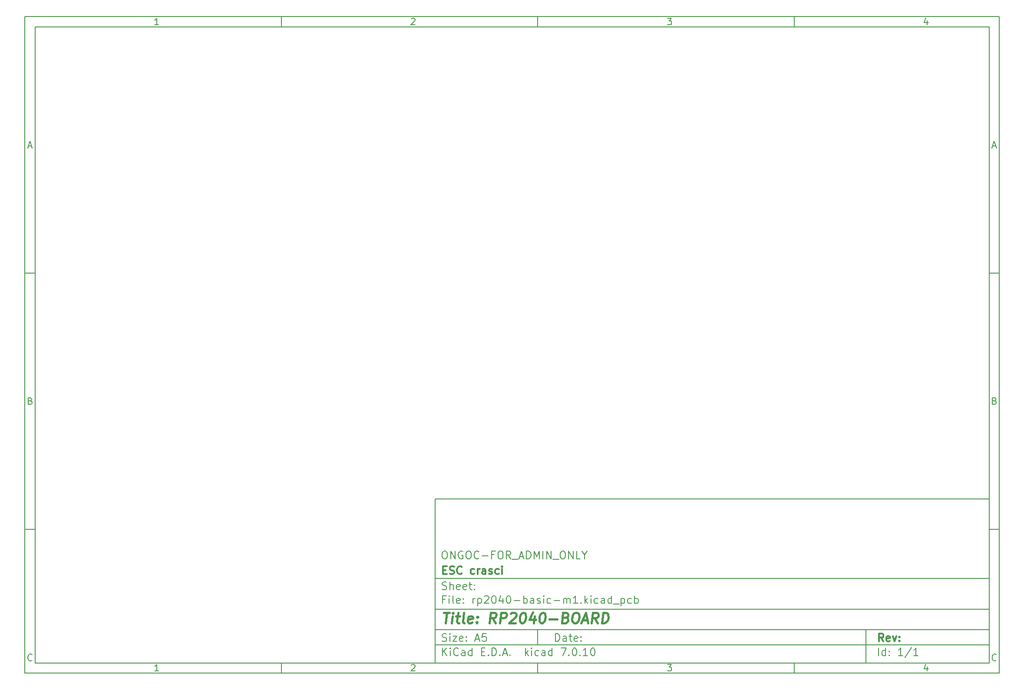
<source format=gbr>
%TF.GenerationSoftware,KiCad,Pcbnew,7.0.10*%
%TF.CreationDate,2024-01-28T16:32:00+05:30*%
%TF.ProjectId,rp2040-basic-m1,72703230-3430-42d6-9261-7369632d6d31,rev?*%
%TF.SameCoordinates,Original*%
%TF.FileFunction,OtherDrawing,Comment*%
%FSLAX46Y46*%
G04 Gerber Fmt 4.6, Leading zero omitted, Abs format (unit mm)*
G04 Created by KiCad (PCBNEW 7.0.10) date 2024-01-28 16:32:00*
%MOMM*%
%LPD*%
G01*
G04 APERTURE LIST*
%ADD10C,0.100000*%
%ADD11C,0.150000*%
%ADD12C,0.300000*%
%ADD13C,0.400000*%
G04 APERTURE END LIST*
D10*
D11*
X90007200Y-104005800D02*
X198007200Y-104005800D01*
X198007200Y-136005800D01*
X90007200Y-136005800D01*
X90007200Y-104005800D01*
D10*
D11*
X10000000Y-10000000D02*
X200007200Y-10000000D01*
X200007200Y-138005800D01*
X10000000Y-138005800D01*
X10000000Y-10000000D01*
D10*
D11*
X12000000Y-12000000D02*
X198007200Y-12000000D01*
X198007200Y-136005800D01*
X12000000Y-136005800D01*
X12000000Y-12000000D01*
D10*
D11*
X60000000Y-12000000D02*
X60000000Y-10000000D01*
D10*
D11*
X110000000Y-12000000D02*
X110000000Y-10000000D01*
D10*
D11*
X160000000Y-12000000D02*
X160000000Y-10000000D01*
D10*
D11*
X36089160Y-11593604D02*
X35346303Y-11593604D01*
X35717731Y-11593604D02*
X35717731Y-10293604D01*
X35717731Y-10293604D02*
X35593922Y-10479319D01*
X35593922Y-10479319D02*
X35470112Y-10603128D01*
X35470112Y-10603128D02*
X35346303Y-10665033D01*
D10*
D11*
X85346303Y-10417414D02*
X85408207Y-10355509D01*
X85408207Y-10355509D02*
X85532017Y-10293604D01*
X85532017Y-10293604D02*
X85841541Y-10293604D01*
X85841541Y-10293604D02*
X85965350Y-10355509D01*
X85965350Y-10355509D02*
X86027255Y-10417414D01*
X86027255Y-10417414D02*
X86089160Y-10541223D01*
X86089160Y-10541223D02*
X86089160Y-10665033D01*
X86089160Y-10665033D02*
X86027255Y-10850747D01*
X86027255Y-10850747D02*
X85284398Y-11593604D01*
X85284398Y-11593604D02*
X86089160Y-11593604D01*
D10*
D11*
X135284398Y-10293604D02*
X136089160Y-10293604D01*
X136089160Y-10293604D02*
X135655826Y-10788842D01*
X135655826Y-10788842D02*
X135841541Y-10788842D01*
X135841541Y-10788842D02*
X135965350Y-10850747D01*
X135965350Y-10850747D02*
X136027255Y-10912652D01*
X136027255Y-10912652D02*
X136089160Y-11036461D01*
X136089160Y-11036461D02*
X136089160Y-11345985D01*
X136089160Y-11345985D02*
X136027255Y-11469795D01*
X136027255Y-11469795D02*
X135965350Y-11531700D01*
X135965350Y-11531700D02*
X135841541Y-11593604D01*
X135841541Y-11593604D02*
X135470112Y-11593604D01*
X135470112Y-11593604D02*
X135346303Y-11531700D01*
X135346303Y-11531700D02*
X135284398Y-11469795D01*
D10*
D11*
X185965350Y-10726938D02*
X185965350Y-11593604D01*
X185655826Y-10231700D02*
X185346303Y-11160271D01*
X185346303Y-11160271D02*
X186151064Y-11160271D01*
D10*
D11*
X60000000Y-136005800D02*
X60000000Y-138005800D01*
D10*
D11*
X110000000Y-136005800D02*
X110000000Y-138005800D01*
D10*
D11*
X160000000Y-136005800D02*
X160000000Y-138005800D01*
D10*
D11*
X36089160Y-137599404D02*
X35346303Y-137599404D01*
X35717731Y-137599404D02*
X35717731Y-136299404D01*
X35717731Y-136299404D02*
X35593922Y-136485119D01*
X35593922Y-136485119D02*
X35470112Y-136608928D01*
X35470112Y-136608928D02*
X35346303Y-136670833D01*
D10*
D11*
X85346303Y-136423214D02*
X85408207Y-136361309D01*
X85408207Y-136361309D02*
X85532017Y-136299404D01*
X85532017Y-136299404D02*
X85841541Y-136299404D01*
X85841541Y-136299404D02*
X85965350Y-136361309D01*
X85965350Y-136361309D02*
X86027255Y-136423214D01*
X86027255Y-136423214D02*
X86089160Y-136547023D01*
X86089160Y-136547023D02*
X86089160Y-136670833D01*
X86089160Y-136670833D02*
X86027255Y-136856547D01*
X86027255Y-136856547D02*
X85284398Y-137599404D01*
X85284398Y-137599404D02*
X86089160Y-137599404D01*
D10*
D11*
X135284398Y-136299404D02*
X136089160Y-136299404D01*
X136089160Y-136299404D02*
X135655826Y-136794642D01*
X135655826Y-136794642D02*
X135841541Y-136794642D01*
X135841541Y-136794642D02*
X135965350Y-136856547D01*
X135965350Y-136856547D02*
X136027255Y-136918452D01*
X136027255Y-136918452D02*
X136089160Y-137042261D01*
X136089160Y-137042261D02*
X136089160Y-137351785D01*
X136089160Y-137351785D02*
X136027255Y-137475595D01*
X136027255Y-137475595D02*
X135965350Y-137537500D01*
X135965350Y-137537500D02*
X135841541Y-137599404D01*
X135841541Y-137599404D02*
X135470112Y-137599404D01*
X135470112Y-137599404D02*
X135346303Y-137537500D01*
X135346303Y-137537500D02*
X135284398Y-137475595D01*
D10*
D11*
X185965350Y-136732738D02*
X185965350Y-137599404D01*
X185655826Y-136237500D02*
X185346303Y-137166071D01*
X185346303Y-137166071D02*
X186151064Y-137166071D01*
D10*
D11*
X10000000Y-60000000D02*
X12000000Y-60000000D01*
D10*
D11*
X10000000Y-110000000D02*
X12000000Y-110000000D01*
D10*
D11*
X10690476Y-35222176D02*
X11309523Y-35222176D01*
X10566666Y-35593604D02*
X10999999Y-34293604D01*
X10999999Y-34293604D02*
X11433333Y-35593604D01*
D10*
D11*
X11092857Y-84912652D02*
X11278571Y-84974557D01*
X11278571Y-84974557D02*
X11340476Y-85036461D01*
X11340476Y-85036461D02*
X11402380Y-85160271D01*
X11402380Y-85160271D02*
X11402380Y-85345985D01*
X11402380Y-85345985D02*
X11340476Y-85469795D01*
X11340476Y-85469795D02*
X11278571Y-85531700D01*
X11278571Y-85531700D02*
X11154761Y-85593604D01*
X11154761Y-85593604D02*
X10659523Y-85593604D01*
X10659523Y-85593604D02*
X10659523Y-84293604D01*
X10659523Y-84293604D02*
X11092857Y-84293604D01*
X11092857Y-84293604D02*
X11216666Y-84355509D01*
X11216666Y-84355509D02*
X11278571Y-84417414D01*
X11278571Y-84417414D02*
X11340476Y-84541223D01*
X11340476Y-84541223D02*
X11340476Y-84665033D01*
X11340476Y-84665033D02*
X11278571Y-84788842D01*
X11278571Y-84788842D02*
X11216666Y-84850747D01*
X11216666Y-84850747D02*
X11092857Y-84912652D01*
X11092857Y-84912652D02*
X10659523Y-84912652D01*
D10*
D11*
X11402380Y-135469795D02*
X11340476Y-135531700D01*
X11340476Y-135531700D02*
X11154761Y-135593604D01*
X11154761Y-135593604D02*
X11030952Y-135593604D01*
X11030952Y-135593604D02*
X10845238Y-135531700D01*
X10845238Y-135531700D02*
X10721428Y-135407890D01*
X10721428Y-135407890D02*
X10659523Y-135284080D01*
X10659523Y-135284080D02*
X10597619Y-135036461D01*
X10597619Y-135036461D02*
X10597619Y-134850747D01*
X10597619Y-134850747D02*
X10659523Y-134603128D01*
X10659523Y-134603128D02*
X10721428Y-134479319D01*
X10721428Y-134479319D02*
X10845238Y-134355509D01*
X10845238Y-134355509D02*
X11030952Y-134293604D01*
X11030952Y-134293604D02*
X11154761Y-134293604D01*
X11154761Y-134293604D02*
X11340476Y-134355509D01*
X11340476Y-134355509D02*
X11402380Y-134417414D01*
D10*
D11*
X200007200Y-60000000D02*
X198007200Y-60000000D01*
D10*
D11*
X200007200Y-110000000D02*
X198007200Y-110000000D01*
D10*
D11*
X198697676Y-35222176D02*
X199316723Y-35222176D01*
X198573866Y-35593604D02*
X199007199Y-34293604D01*
X199007199Y-34293604D02*
X199440533Y-35593604D01*
D10*
D11*
X199100057Y-84912652D02*
X199285771Y-84974557D01*
X199285771Y-84974557D02*
X199347676Y-85036461D01*
X199347676Y-85036461D02*
X199409580Y-85160271D01*
X199409580Y-85160271D02*
X199409580Y-85345985D01*
X199409580Y-85345985D02*
X199347676Y-85469795D01*
X199347676Y-85469795D02*
X199285771Y-85531700D01*
X199285771Y-85531700D02*
X199161961Y-85593604D01*
X199161961Y-85593604D02*
X198666723Y-85593604D01*
X198666723Y-85593604D02*
X198666723Y-84293604D01*
X198666723Y-84293604D02*
X199100057Y-84293604D01*
X199100057Y-84293604D02*
X199223866Y-84355509D01*
X199223866Y-84355509D02*
X199285771Y-84417414D01*
X199285771Y-84417414D02*
X199347676Y-84541223D01*
X199347676Y-84541223D02*
X199347676Y-84665033D01*
X199347676Y-84665033D02*
X199285771Y-84788842D01*
X199285771Y-84788842D02*
X199223866Y-84850747D01*
X199223866Y-84850747D02*
X199100057Y-84912652D01*
X199100057Y-84912652D02*
X198666723Y-84912652D01*
D10*
D11*
X199409580Y-135469795D02*
X199347676Y-135531700D01*
X199347676Y-135531700D02*
X199161961Y-135593604D01*
X199161961Y-135593604D02*
X199038152Y-135593604D01*
X199038152Y-135593604D02*
X198852438Y-135531700D01*
X198852438Y-135531700D02*
X198728628Y-135407890D01*
X198728628Y-135407890D02*
X198666723Y-135284080D01*
X198666723Y-135284080D02*
X198604819Y-135036461D01*
X198604819Y-135036461D02*
X198604819Y-134850747D01*
X198604819Y-134850747D02*
X198666723Y-134603128D01*
X198666723Y-134603128D02*
X198728628Y-134479319D01*
X198728628Y-134479319D02*
X198852438Y-134355509D01*
X198852438Y-134355509D02*
X199038152Y-134293604D01*
X199038152Y-134293604D02*
X199161961Y-134293604D01*
X199161961Y-134293604D02*
X199347676Y-134355509D01*
X199347676Y-134355509D02*
X199409580Y-134417414D01*
D10*
D11*
X113463026Y-131791928D02*
X113463026Y-130291928D01*
X113463026Y-130291928D02*
X113820169Y-130291928D01*
X113820169Y-130291928D02*
X114034455Y-130363357D01*
X114034455Y-130363357D02*
X114177312Y-130506214D01*
X114177312Y-130506214D02*
X114248741Y-130649071D01*
X114248741Y-130649071D02*
X114320169Y-130934785D01*
X114320169Y-130934785D02*
X114320169Y-131149071D01*
X114320169Y-131149071D02*
X114248741Y-131434785D01*
X114248741Y-131434785D02*
X114177312Y-131577642D01*
X114177312Y-131577642D02*
X114034455Y-131720500D01*
X114034455Y-131720500D02*
X113820169Y-131791928D01*
X113820169Y-131791928D02*
X113463026Y-131791928D01*
X115605884Y-131791928D02*
X115605884Y-131006214D01*
X115605884Y-131006214D02*
X115534455Y-130863357D01*
X115534455Y-130863357D02*
X115391598Y-130791928D01*
X115391598Y-130791928D02*
X115105884Y-130791928D01*
X115105884Y-130791928D02*
X114963026Y-130863357D01*
X115605884Y-131720500D02*
X115463026Y-131791928D01*
X115463026Y-131791928D02*
X115105884Y-131791928D01*
X115105884Y-131791928D02*
X114963026Y-131720500D01*
X114963026Y-131720500D02*
X114891598Y-131577642D01*
X114891598Y-131577642D02*
X114891598Y-131434785D01*
X114891598Y-131434785D02*
X114963026Y-131291928D01*
X114963026Y-131291928D02*
X115105884Y-131220500D01*
X115105884Y-131220500D02*
X115463026Y-131220500D01*
X115463026Y-131220500D02*
X115605884Y-131149071D01*
X116105884Y-130791928D02*
X116677312Y-130791928D01*
X116320169Y-130291928D02*
X116320169Y-131577642D01*
X116320169Y-131577642D02*
X116391598Y-131720500D01*
X116391598Y-131720500D02*
X116534455Y-131791928D01*
X116534455Y-131791928D02*
X116677312Y-131791928D01*
X117748741Y-131720500D02*
X117605884Y-131791928D01*
X117605884Y-131791928D02*
X117320170Y-131791928D01*
X117320170Y-131791928D02*
X117177312Y-131720500D01*
X117177312Y-131720500D02*
X117105884Y-131577642D01*
X117105884Y-131577642D02*
X117105884Y-131006214D01*
X117105884Y-131006214D02*
X117177312Y-130863357D01*
X117177312Y-130863357D02*
X117320170Y-130791928D01*
X117320170Y-130791928D02*
X117605884Y-130791928D01*
X117605884Y-130791928D02*
X117748741Y-130863357D01*
X117748741Y-130863357D02*
X117820170Y-131006214D01*
X117820170Y-131006214D02*
X117820170Y-131149071D01*
X117820170Y-131149071D02*
X117105884Y-131291928D01*
X118463026Y-131649071D02*
X118534455Y-131720500D01*
X118534455Y-131720500D02*
X118463026Y-131791928D01*
X118463026Y-131791928D02*
X118391598Y-131720500D01*
X118391598Y-131720500D02*
X118463026Y-131649071D01*
X118463026Y-131649071D02*
X118463026Y-131791928D01*
X118463026Y-130863357D02*
X118534455Y-130934785D01*
X118534455Y-130934785D02*
X118463026Y-131006214D01*
X118463026Y-131006214D02*
X118391598Y-130934785D01*
X118391598Y-130934785D02*
X118463026Y-130863357D01*
X118463026Y-130863357D02*
X118463026Y-131006214D01*
D10*
D11*
X90007200Y-132505800D02*
X198007200Y-132505800D01*
D10*
D11*
X91463026Y-134591928D02*
X91463026Y-133091928D01*
X92320169Y-134591928D02*
X91677312Y-133734785D01*
X92320169Y-133091928D02*
X91463026Y-133949071D01*
X92963026Y-134591928D02*
X92963026Y-133591928D01*
X92963026Y-133091928D02*
X92891598Y-133163357D01*
X92891598Y-133163357D02*
X92963026Y-133234785D01*
X92963026Y-133234785D02*
X93034455Y-133163357D01*
X93034455Y-133163357D02*
X92963026Y-133091928D01*
X92963026Y-133091928D02*
X92963026Y-133234785D01*
X94534455Y-134449071D02*
X94463027Y-134520500D01*
X94463027Y-134520500D02*
X94248741Y-134591928D01*
X94248741Y-134591928D02*
X94105884Y-134591928D01*
X94105884Y-134591928D02*
X93891598Y-134520500D01*
X93891598Y-134520500D02*
X93748741Y-134377642D01*
X93748741Y-134377642D02*
X93677312Y-134234785D01*
X93677312Y-134234785D02*
X93605884Y-133949071D01*
X93605884Y-133949071D02*
X93605884Y-133734785D01*
X93605884Y-133734785D02*
X93677312Y-133449071D01*
X93677312Y-133449071D02*
X93748741Y-133306214D01*
X93748741Y-133306214D02*
X93891598Y-133163357D01*
X93891598Y-133163357D02*
X94105884Y-133091928D01*
X94105884Y-133091928D02*
X94248741Y-133091928D01*
X94248741Y-133091928D02*
X94463027Y-133163357D01*
X94463027Y-133163357D02*
X94534455Y-133234785D01*
X95820170Y-134591928D02*
X95820170Y-133806214D01*
X95820170Y-133806214D02*
X95748741Y-133663357D01*
X95748741Y-133663357D02*
X95605884Y-133591928D01*
X95605884Y-133591928D02*
X95320170Y-133591928D01*
X95320170Y-133591928D02*
X95177312Y-133663357D01*
X95820170Y-134520500D02*
X95677312Y-134591928D01*
X95677312Y-134591928D02*
X95320170Y-134591928D01*
X95320170Y-134591928D02*
X95177312Y-134520500D01*
X95177312Y-134520500D02*
X95105884Y-134377642D01*
X95105884Y-134377642D02*
X95105884Y-134234785D01*
X95105884Y-134234785D02*
X95177312Y-134091928D01*
X95177312Y-134091928D02*
X95320170Y-134020500D01*
X95320170Y-134020500D02*
X95677312Y-134020500D01*
X95677312Y-134020500D02*
X95820170Y-133949071D01*
X97177313Y-134591928D02*
X97177313Y-133091928D01*
X97177313Y-134520500D02*
X97034455Y-134591928D01*
X97034455Y-134591928D02*
X96748741Y-134591928D01*
X96748741Y-134591928D02*
X96605884Y-134520500D01*
X96605884Y-134520500D02*
X96534455Y-134449071D01*
X96534455Y-134449071D02*
X96463027Y-134306214D01*
X96463027Y-134306214D02*
X96463027Y-133877642D01*
X96463027Y-133877642D02*
X96534455Y-133734785D01*
X96534455Y-133734785D02*
X96605884Y-133663357D01*
X96605884Y-133663357D02*
X96748741Y-133591928D01*
X96748741Y-133591928D02*
X97034455Y-133591928D01*
X97034455Y-133591928D02*
X97177313Y-133663357D01*
X99034455Y-133806214D02*
X99534455Y-133806214D01*
X99748741Y-134591928D02*
X99034455Y-134591928D01*
X99034455Y-134591928D02*
X99034455Y-133091928D01*
X99034455Y-133091928D02*
X99748741Y-133091928D01*
X100391598Y-134449071D02*
X100463027Y-134520500D01*
X100463027Y-134520500D02*
X100391598Y-134591928D01*
X100391598Y-134591928D02*
X100320170Y-134520500D01*
X100320170Y-134520500D02*
X100391598Y-134449071D01*
X100391598Y-134449071D02*
X100391598Y-134591928D01*
X101105884Y-134591928D02*
X101105884Y-133091928D01*
X101105884Y-133091928D02*
X101463027Y-133091928D01*
X101463027Y-133091928D02*
X101677313Y-133163357D01*
X101677313Y-133163357D02*
X101820170Y-133306214D01*
X101820170Y-133306214D02*
X101891599Y-133449071D01*
X101891599Y-133449071D02*
X101963027Y-133734785D01*
X101963027Y-133734785D02*
X101963027Y-133949071D01*
X101963027Y-133949071D02*
X101891599Y-134234785D01*
X101891599Y-134234785D02*
X101820170Y-134377642D01*
X101820170Y-134377642D02*
X101677313Y-134520500D01*
X101677313Y-134520500D02*
X101463027Y-134591928D01*
X101463027Y-134591928D02*
X101105884Y-134591928D01*
X102605884Y-134449071D02*
X102677313Y-134520500D01*
X102677313Y-134520500D02*
X102605884Y-134591928D01*
X102605884Y-134591928D02*
X102534456Y-134520500D01*
X102534456Y-134520500D02*
X102605884Y-134449071D01*
X102605884Y-134449071D02*
X102605884Y-134591928D01*
X103248742Y-134163357D02*
X103963028Y-134163357D01*
X103105885Y-134591928D02*
X103605885Y-133091928D01*
X103605885Y-133091928D02*
X104105885Y-134591928D01*
X104605884Y-134449071D02*
X104677313Y-134520500D01*
X104677313Y-134520500D02*
X104605884Y-134591928D01*
X104605884Y-134591928D02*
X104534456Y-134520500D01*
X104534456Y-134520500D02*
X104605884Y-134449071D01*
X104605884Y-134449071D02*
X104605884Y-134591928D01*
X107605884Y-134591928D02*
X107605884Y-133091928D01*
X107748742Y-134020500D02*
X108177313Y-134591928D01*
X108177313Y-133591928D02*
X107605884Y-134163357D01*
X108820170Y-134591928D02*
X108820170Y-133591928D01*
X108820170Y-133091928D02*
X108748742Y-133163357D01*
X108748742Y-133163357D02*
X108820170Y-133234785D01*
X108820170Y-133234785D02*
X108891599Y-133163357D01*
X108891599Y-133163357D02*
X108820170Y-133091928D01*
X108820170Y-133091928D02*
X108820170Y-133234785D01*
X110177314Y-134520500D02*
X110034456Y-134591928D01*
X110034456Y-134591928D02*
X109748742Y-134591928D01*
X109748742Y-134591928D02*
X109605885Y-134520500D01*
X109605885Y-134520500D02*
X109534456Y-134449071D01*
X109534456Y-134449071D02*
X109463028Y-134306214D01*
X109463028Y-134306214D02*
X109463028Y-133877642D01*
X109463028Y-133877642D02*
X109534456Y-133734785D01*
X109534456Y-133734785D02*
X109605885Y-133663357D01*
X109605885Y-133663357D02*
X109748742Y-133591928D01*
X109748742Y-133591928D02*
X110034456Y-133591928D01*
X110034456Y-133591928D02*
X110177314Y-133663357D01*
X111463028Y-134591928D02*
X111463028Y-133806214D01*
X111463028Y-133806214D02*
X111391599Y-133663357D01*
X111391599Y-133663357D02*
X111248742Y-133591928D01*
X111248742Y-133591928D02*
X110963028Y-133591928D01*
X110963028Y-133591928D02*
X110820170Y-133663357D01*
X111463028Y-134520500D02*
X111320170Y-134591928D01*
X111320170Y-134591928D02*
X110963028Y-134591928D01*
X110963028Y-134591928D02*
X110820170Y-134520500D01*
X110820170Y-134520500D02*
X110748742Y-134377642D01*
X110748742Y-134377642D02*
X110748742Y-134234785D01*
X110748742Y-134234785D02*
X110820170Y-134091928D01*
X110820170Y-134091928D02*
X110963028Y-134020500D01*
X110963028Y-134020500D02*
X111320170Y-134020500D01*
X111320170Y-134020500D02*
X111463028Y-133949071D01*
X112820171Y-134591928D02*
X112820171Y-133091928D01*
X112820171Y-134520500D02*
X112677313Y-134591928D01*
X112677313Y-134591928D02*
X112391599Y-134591928D01*
X112391599Y-134591928D02*
X112248742Y-134520500D01*
X112248742Y-134520500D02*
X112177313Y-134449071D01*
X112177313Y-134449071D02*
X112105885Y-134306214D01*
X112105885Y-134306214D02*
X112105885Y-133877642D01*
X112105885Y-133877642D02*
X112177313Y-133734785D01*
X112177313Y-133734785D02*
X112248742Y-133663357D01*
X112248742Y-133663357D02*
X112391599Y-133591928D01*
X112391599Y-133591928D02*
X112677313Y-133591928D01*
X112677313Y-133591928D02*
X112820171Y-133663357D01*
X114534456Y-133091928D02*
X115534456Y-133091928D01*
X115534456Y-133091928D02*
X114891599Y-134591928D01*
X116105884Y-134449071D02*
X116177313Y-134520500D01*
X116177313Y-134520500D02*
X116105884Y-134591928D01*
X116105884Y-134591928D02*
X116034456Y-134520500D01*
X116034456Y-134520500D02*
X116105884Y-134449071D01*
X116105884Y-134449071D02*
X116105884Y-134591928D01*
X117105885Y-133091928D02*
X117248742Y-133091928D01*
X117248742Y-133091928D02*
X117391599Y-133163357D01*
X117391599Y-133163357D02*
X117463028Y-133234785D01*
X117463028Y-133234785D02*
X117534456Y-133377642D01*
X117534456Y-133377642D02*
X117605885Y-133663357D01*
X117605885Y-133663357D02*
X117605885Y-134020500D01*
X117605885Y-134020500D02*
X117534456Y-134306214D01*
X117534456Y-134306214D02*
X117463028Y-134449071D01*
X117463028Y-134449071D02*
X117391599Y-134520500D01*
X117391599Y-134520500D02*
X117248742Y-134591928D01*
X117248742Y-134591928D02*
X117105885Y-134591928D01*
X117105885Y-134591928D02*
X116963028Y-134520500D01*
X116963028Y-134520500D02*
X116891599Y-134449071D01*
X116891599Y-134449071D02*
X116820170Y-134306214D01*
X116820170Y-134306214D02*
X116748742Y-134020500D01*
X116748742Y-134020500D02*
X116748742Y-133663357D01*
X116748742Y-133663357D02*
X116820170Y-133377642D01*
X116820170Y-133377642D02*
X116891599Y-133234785D01*
X116891599Y-133234785D02*
X116963028Y-133163357D01*
X116963028Y-133163357D02*
X117105885Y-133091928D01*
X118248741Y-134449071D02*
X118320170Y-134520500D01*
X118320170Y-134520500D02*
X118248741Y-134591928D01*
X118248741Y-134591928D02*
X118177313Y-134520500D01*
X118177313Y-134520500D02*
X118248741Y-134449071D01*
X118248741Y-134449071D02*
X118248741Y-134591928D01*
X119748742Y-134591928D02*
X118891599Y-134591928D01*
X119320170Y-134591928D02*
X119320170Y-133091928D01*
X119320170Y-133091928D02*
X119177313Y-133306214D01*
X119177313Y-133306214D02*
X119034456Y-133449071D01*
X119034456Y-133449071D02*
X118891599Y-133520500D01*
X120677313Y-133091928D02*
X120820170Y-133091928D01*
X120820170Y-133091928D02*
X120963027Y-133163357D01*
X120963027Y-133163357D02*
X121034456Y-133234785D01*
X121034456Y-133234785D02*
X121105884Y-133377642D01*
X121105884Y-133377642D02*
X121177313Y-133663357D01*
X121177313Y-133663357D02*
X121177313Y-134020500D01*
X121177313Y-134020500D02*
X121105884Y-134306214D01*
X121105884Y-134306214D02*
X121034456Y-134449071D01*
X121034456Y-134449071D02*
X120963027Y-134520500D01*
X120963027Y-134520500D02*
X120820170Y-134591928D01*
X120820170Y-134591928D02*
X120677313Y-134591928D01*
X120677313Y-134591928D02*
X120534456Y-134520500D01*
X120534456Y-134520500D02*
X120463027Y-134449071D01*
X120463027Y-134449071D02*
X120391598Y-134306214D01*
X120391598Y-134306214D02*
X120320170Y-134020500D01*
X120320170Y-134020500D02*
X120320170Y-133663357D01*
X120320170Y-133663357D02*
X120391598Y-133377642D01*
X120391598Y-133377642D02*
X120463027Y-133234785D01*
X120463027Y-133234785D02*
X120534456Y-133163357D01*
X120534456Y-133163357D02*
X120677313Y-133091928D01*
D10*
D11*
X90007200Y-129505800D02*
X198007200Y-129505800D01*
D10*
D12*
X177418853Y-131784128D02*
X176918853Y-131069842D01*
X176561710Y-131784128D02*
X176561710Y-130284128D01*
X176561710Y-130284128D02*
X177133139Y-130284128D01*
X177133139Y-130284128D02*
X177275996Y-130355557D01*
X177275996Y-130355557D02*
X177347425Y-130426985D01*
X177347425Y-130426985D02*
X177418853Y-130569842D01*
X177418853Y-130569842D02*
X177418853Y-130784128D01*
X177418853Y-130784128D02*
X177347425Y-130926985D01*
X177347425Y-130926985D02*
X177275996Y-130998414D01*
X177275996Y-130998414D02*
X177133139Y-131069842D01*
X177133139Y-131069842D02*
X176561710Y-131069842D01*
X178633139Y-131712700D02*
X178490282Y-131784128D01*
X178490282Y-131784128D02*
X178204568Y-131784128D01*
X178204568Y-131784128D02*
X178061710Y-131712700D01*
X178061710Y-131712700D02*
X177990282Y-131569842D01*
X177990282Y-131569842D02*
X177990282Y-130998414D01*
X177990282Y-130998414D02*
X178061710Y-130855557D01*
X178061710Y-130855557D02*
X178204568Y-130784128D01*
X178204568Y-130784128D02*
X178490282Y-130784128D01*
X178490282Y-130784128D02*
X178633139Y-130855557D01*
X178633139Y-130855557D02*
X178704568Y-130998414D01*
X178704568Y-130998414D02*
X178704568Y-131141271D01*
X178704568Y-131141271D02*
X177990282Y-131284128D01*
X179204567Y-130784128D02*
X179561710Y-131784128D01*
X179561710Y-131784128D02*
X179918853Y-130784128D01*
X180490281Y-131641271D02*
X180561710Y-131712700D01*
X180561710Y-131712700D02*
X180490281Y-131784128D01*
X180490281Y-131784128D02*
X180418853Y-131712700D01*
X180418853Y-131712700D02*
X180490281Y-131641271D01*
X180490281Y-131641271D02*
X180490281Y-131784128D01*
X180490281Y-130855557D02*
X180561710Y-130926985D01*
X180561710Y-130926985D02*
X180490281Y-130998414D01*
X180490281Y-130998414D02*
X180418853Y-130926985D01*
X180418853Y-130926985D02*
X180490281Y-130855557D01*
X180490281Y-130855557D02*
X180490281Y-130998414D01*
D10*
D11*
X91391598Y-131720500D02*
X91605884Y-131791928D01*
X91605884Y-131791928D02*
X91963026Y-131791928D01*
X91963026Y-131791928D02*
X92105884Y-131720500D01*
X92105884Y-131720500D02*
X92177312Y-131649071D01*
X92177312Y-131649071D02*
X92248741Y-131506214D01*
X92248741Y-131506214D02*
X92248741Y-131363357D01*
X92248741Y-131363357D02*
X92177312Y-131220500D01*
X92177312Y-131220500D02*
X92105884Y-131149071D01*
X92105884Y-131149071D02*
X91963026Y-131077642D01*
X91963026Y-131077642D02*
X91677312Y-131006214D01*
X91677312Y-131006214D02*
X91534455Y-130934785D01*
X91534455Y-130934785D02*
X91463026Y-130863357D01*
X91463026Y-130863357D02*
X91391598Y-130720500D01*
X91391598Y-130720500D02*
X91391598Y-130577642D01*
X91391598Y-130577642D02*
X91463026Y-130434785D01*
X91463026Y-130434785D02*
X91534455Y-130363357D01*
X91534455Y-130363357D02*
X91677312Y-130291928D01*
X91677312Y-130291928D02*
X92034455Y-130291928D01*
X92034455Y-130291928D02*
X92248741Y-130363357D01*
X92891597Y-131791928D02*
X92891597Y-130791928D01*
X92891597Y-130291928D02*
X92820169Y-130363357D01*
X92820169Y-130363357D02*
X92891597Y-130434785D01*
X92891597Y-130434785D02*
X92963026Y-130363357D01*
X92963026Y-130363357D02*
X92891597Y-130291928D01*
X92891597Y-130291928D02*
X92891597Y-130434785D01*
X93463026Y-130791928D02*
X94248741Y-130791928D01*
X94248741Y-130791928D02*
X93463026Y-131791928D01*
X93463026Y-131791928D02*
X94248741Y-131791928D01*
X95391598Y-131720500D02*
X95248741Y-131791928D01*
X95248741Y-131791928D02*
X94963027Y-131791928D01*
X94963027Y-131791928D02*
X94820169Y-131720500D01*
X94820169Y-131720500D02*
X94748741Y-131577642D01*
X94748741Y-131577642D02*
X94748741Y-131006214D01*
X94748741Y-131006214D02*
X94820169Y-130863357D01*
X94820169Y-130863357D02*
X94963027Y-130791928D01*
X94963027Y-130791928D02*
X95248741Y-130791928D01*
X95248741Y-130791928D02*
X95391598Y-130863357D01*
X95391598Y-130863357D02*
X95463027Y-131006214D01*
X95463027Y-131006214D02*
X95463027Y-131149071D01*
X95463027Y-131149071D02*
X94748741Y-131291928D01*
X96105883Y-131649071D02*
X96177312Y-131720500D01*
X96177312Y-131720500D02*
X96105883Y-131791928D01*
X96105883Y-131791928D02*
X96034455Y-131720500D01*
X96034455Y-131720500D02*
X96105883Y-131649071D01*
X96105883Y-131649071D02*
X96105883Y-131791928D01*
X96105883Y-130863357D02*
X96177312Y-130934785D01*
X96177312Y-130934785D02*
X96105883Y-131006214D01*
X96105883Y-131006214D02*
X96034455Y-130934785D01*
X96034455Y-130934785D02*
X96105883Y-130863357D01*
X96105883Y-130863357D02*
X96105883Y-131006214D01*
X97891598Y-131363357D02*
X98605884Y-131363357D01*
X97748741Y-131791928D02*
X98248741Y-130291928D01*
X98248741Y-130291928D02*
X98748741Y-131791928D01*
X99963026Y-130291928D02*
X99248740Y-130291928D01*
X99248740Y-130291928D02*
X99177312Y-131006214D01*
X99177312Y-131006214D02*
X99248740Y-130934785D01*
X99248740Y-130934785D02*
X99391598Y-130863357D01*
X99391598Y-130863357D02*
X99748740Y-130863357D01*
X99748740Y-130863357D02*
X99891598Y-130934785D01*
X99891598Y-130934785D02*
X99963026Y-131006214D01*
X99963026Y-131006214D02*
X100034455Y-131149071D01*
X100034455Y-131149071D02*
X100034455Y-131506214D01*
X100034455Y-131506214D02*
X99963026Y-131649071D01*
X99963026Y-131649071D02*
X99891598Y-131720500D01*
X99891598Y-131720500D02*
X99748740Y-131791928D01*
X99748740Y-131791928D02*
X99391598Y-131791928D01*
X99391598Y-131791928D02*
X99248740Y-131720500D01*
X99248740Y-131720500D02*
X99177312Y-131649071D01*
D10*
D11*
X176463026Y-134591928D02*
X176463026Y-133091928D01*
X177820170Y-134591928D02*
X177820170Y-133091928D01*
X177820170Y-134520500D02*
X177677312Y-134591928D01*
X177677312Y-134591928D02*
X177391598Y-134591928D01*
X177391598Y-134591928D02*
X177248741Y-134520500D01*
X177248741Y-134520500D02*
X177177312Y-134449071D01*
X177177312Y-134449071D02*
X177105884Y-134306214D01*
X177105884Y-134306214D02*
X177105884Y-133877642D01*
X177105884Y-133877642D02*
X177177312Y-133734785D01*
X177177312Y-133734785D02*
X177248741Y-133663357D01*
X177248741Y-133663357D02*
X177391598Y-133591928D01*
X177391598Y-133591928D02*
X177677312Y-133591928D01*
X177677312Y-133591928D02*
X177820170Y-133663357D01*
X178534455Y-134449071D02*
X178605884Y-134520500D01*
X178605884Y-134520500D02*
X178534455Y-134591928D01*
X178534455Y-134591928D02*
X178463027Y-134520500D01*
X178463027Y-134520500D02*
X178534455Y-134449071D01*
X178534455Y-134449071D02*
X178534455Y-134591928D01*
X178534455Y-133663357D02*
X178605884Y-133734785D01*
X178605884Y-133734785D02*
X178534455Y-133806214D01*
X178534455Y-133806214D02*
X178463027Y-133734785D01*
X178463027Y-133734785D02*
X178534455Y-133663357D01*
X178534455Y-133663357D02*
X178534455Y-133806214D01*
X181177313Y-134591928D02*
X180320170Y-134591928D01*
X180748741Y-134591928D02*
X180748741Y-133091928D01*
X180748741Y-133091928D02*
X180605884Y-133306214D01*
X180605884Y-133306214D02*
X180463027Y-133449071D01*
X180463027Y-133449071D02*
X180320170Y-133520500D01*
X182891598Y-133020500D02*
X181605884Y-134949071D01*
X184177313Y-134591928D02*
X183320170Y-134591928D01*
X183748741Y-134591928D02*
X183748741Y-133091928D01*
X183748741Y-133091928D02*
X183605884Y-133306214D01*
X183605884Y-133306214D02*
X183463027Y-133449071D01*
X183463027Y-133449071D02*
X183320170Y-133520500D01*
D10*
D11*
X90007200Y-125505800D02*
X198007200Y-125505800D01*
D10*
D13*
X91698928Y-126210238D02*
X92841785Y-126210238D01*
X92020357Y-128210238D02*
X92270357Y-126210238D01*
X93258452Y-128210238D02*
X93425119Y-126876904D01*
X93508452Y-126210238D02*
X93401309Y-126305476D01*
X93401309Y-126305476D02*
X93484643Y-126400714D01*
X93484643Y-126400714D02*
X93591786Y-126305476D01*
X93591786Y-126305476D02*
X93508452Y-126210238D01*
X93508452Y-126210238D02*
X93484643Y-126400714D01*
X94091786Y-126876904D02*
X94853690Y-126876904D01*
X94460833Y-126210238D02*
X94246548Y-127924523D01*
X94246548Y-127924523D02*
X94317976Y-128115000D01*
X94317976Y-128115000D02*
X94496548Y-128210238D01*
X94496548Y-128210238D02*
X94687024Y-128210238D01*
X95639405Y-128210238D02*
X95460833Y-128115000D01*
X95460833Y-128115000D02*
X95389405Y-127924523D01*
X95389405Y-127924523D02*
X95603690Y-126210238D01*
X97175119Y-128115000D02*
X96972738Y-128210238D01*
X96972738Y-128210238D02*
X96591785Y-128210238D01*
X96591785Y-128210238D02*
X96413214Y-128115000D01*
X96413214Y-128115000D02*
X96341785Y-127924523D01*
X96341785Y-127924523D02*
X96437024Y-127162619D01*
X96437024Y-127162619D02*
X96556071Y-126972142D01*
X96556071Y-126972142D02*
X96758452Y-126876904D01*
X96758452Y-126876904D02*
X97139404Y-126876904D01*
X97139404Y-126876904D02*
X97317976Y-126972142D01*
X97317976Y-126972142D02*
X97389404Y-127162619D01*
X97389404Y-127162619D02*
X97365595Y-127353095D01*
X97365595Y-127353095D02*
X96389404Y-127543571D01*
X98139405Y-128019761D02*
X98222738Y-128115000D01*
X98222738Y-128115000D02*
X98115595Y-128210238D01*
X98115595Y-128210238D02*
X98032262Y-128115000D01*
X98032262Y-128115000D02*
X98139405Y-128019761D01*
X98139405Y-128019761D02*
X98115595Y-128210238D01*
X98270357Y-126972142D02*
X98353690Y-127067380D01*
X98353690Y-127067380D02*
X98246548Y-127162619D01*
X98246548Y-127162619D02*
X98163214Y-127067380D01*
X98163214Y-127067380D02*
X98270357Y-126972142D01*
X98270357Y-126972142D02*
X98246548Y-127162619D01*
X101734643Y-128210238D02*
X101187024Y-127257857D01*
X100591786Y-128210238D02*
X100841786Y-126210238D01*
X100841786Y-126210238D02*
X101603691Y-126210238D01*
X101603691Y-126210238D02*
X101782262Y-126305476D01*
X101782262Y-126305476D02*
X101865596Y-126400714D01*
X101865596Y-126400714D02*
X101937024Y-126591190D01*
X101937024Y-126591190D02*
X101901310Y-126876904D01*
X101901310Y-126876904D02*
X101782262Y-127067380D01*
X101782262Y-127067380D02*
X101675120Y-127162619D01*
X101675120Y-127162619D02*
X101472739Y-127257857D01*
X101472739Y-127257857D02*
X100710834Y-127257857D01*
X102591786Y-128210238D02*
X102841786Y-126210238D01*
X102841786Y-126210238D02*
X103603691Y-126210238D01*
X103603691Y-126210238D02*
X103782262Y-126305476D01*
X103782262Y-126305476D02*
X103865596Y-126400714D01*
X103865596Y-126400714D02*
X103937024Y-126591190D01*
X103937024Y-126591190D02*
X103901310Y-126876904D01*
X103901310Y-126876904D02*
X103782262Y-127067380D01*
X103782262Y-127067380D02*
X103675120Y-127162619D01*
X103675120Y-127162619D02*
X103472739Y-127257857D01*
X103472739Y-127257857D02*
X102710834Y-127257857D01*
X104722739Y-126400714D02*
X104829881Y-126305476D01*
X104829881Y-126305476D02*
X105032262Y-126210238D01*
X105032262Y-126210238D02*
X105508453Y-126210238D01*
X105508453Y-126210238D02*
X105687024Y-126305476D01*
X105687024Y-126305476D02*
X105770358Y-126400714D01*
X105770358Y-126400714D02*
X105841786Y-126591190D01*
X105841786Y-126591190D02*
X105817977Y-126781666D01*
X105817977Y-126781666D02*
X105687024Y-127067380D01*
X105687024Y-127067380D02*
X104401310Y-128210238D01*
X104401310Y-128210238D02*
X105639405Y-128210238D01*
X107127501Y-126210238D02*
X107317977Y-126210238D01*
X107317977Y-126210238D02*
X107496548Y-126305476D01*
X107496548Y-126305476D02*
X107579882Y-126400714D01*
X107579882Y-126400714D02*
X107651310Y-126591190D01*
X107651310Y-126591190D02*
X107698929Y-126972142D01*
X107698929Y-126972142D02*
X107639405Y-127448333D01*
X107639405Y-127448333D02*
X107496548Y-127829285D01*
X107496548Y-127829285D02*
X107377501Y-128019761D01*
X107377501Y-128019761D02*
X107270358Y-128115000D01*
X107270358Y-128115000D02*
X107067977Y-128210238D01*
X107067977Y-128210238D02*
X106877501Y-128210238D01*
X106877501Y-128210238D02*
X106698929Y-128115000D01*
X106698929Y-128115000D02*
X106615596Y-128019761D01*
X106615596Y-128019761D02*
X106544167Y-127829285D01*
X106544167Y-127829285D02*
X106496548Y-127448333D01*
X106496548Y-127448333D02*
X106556072Y-126972142D01*
X106556072Y-126972142D02*
X106698929Y-126591190D01*
X106698929Y-126591190D02*
X106817977Y-126400714D01*
X106817977Y-126400714D02*
X106925120Y-126305476D01*
X106925120Y-126305476D02*
X107127501Y-126210238D01*
X109425120Y-126876904D02*
X109258453Y-128210238D01*
X109044167Y-126115000D02*
X108389405Y-127543571D01*
X108389405Y-127543571D02*
X109627501Y-127543571D01*
X110937025Y-126210238D02*
X111127501Y-126210238D01*
X111127501Y-126210238D02*
X111306072Y-126305476D01*
X111306072Y-126305476D02*
X111389406Y-126400714D01*
X111389406Y-126400714D02*
X111460834Y-126591190D01*
X111460834Y-126591190D02*
X111508453Y-126972142D01*
X111508453Y-126972142D02*
X111448929Y-127448333D01*
X111448929Y-127448333D02*
X111306072Y-127829285D01*
X111306072Y-127829285D02*
X111187025Y-128019761D01*
X111187025Y-128019761D02*
X111079882Y-128115000D01*
X111079882Y-128115000D02*
X110877501Y-128210238D01*
X110877501Y-128210238D02*
X110687025Y-128210238D01*
X110687025Y-128210238D02*
X110508453Y-128115000D01*
X110508453Y-128115000D02*
X110425120Y-128019761D01*
X110425120Y-128019761D02*
X110353691Y-127829285D01*
X110353691Y-127829285D02*
X110306072Y-127448333D01*
X110306072Y-127448333D02*
X110365596Y-126972142D01*
X110365596Y-126972142D02*
X110508453Y-126591190D01*
X110508453Y-126591190D02*
X110627501Y-126400714D01*
X110627501Y-126400714D02*
X110734644Y-126305476D01*
X110734644Y-126305476D02*
X110937025Y-126210238D01*
X112306072Y-127448333D02*
X113829882Y-127448333D01*
X115484643Y-127162619D02*
X115758453Y-127257857D01*
X115758453Y-127257857D02*
X115841786Y-127353095D01*
X115841786Y-127353095D02*
X115913215Y-127543571D01*
X115913215Y-127543571D02*
X115877500Y-127829285D01*
X115877500Y-127829285D02*
X115758453Y-128019761D01*
X115758453Y-128019761D02*
X115651310Y-128115000D01*
X115651310Y-128115000D02*
X115448929Y-128210238D01*
X115448929Y-128210238D02*
X114687024Y-128210238D01*
X114687024Y-128210238D02*
X114937024Y-126210238D01*
X114937024Y-126210238D02*
X115603691Y-126210238D01*
X115603691Y-126210238D02*
X115782262Y-126305476D01*
X115782262Y-126305476D02*
X115865596Y-126400714D01*
X115865596Y-126400714D02*
X115937024Y-126591190D01*
X115937024Y-126591190D02*
X115913215Y-126781666D01*
X115913215Y-126781666D02*
X115794167Y-126972142D01*
X115794167Y-126972142D02*
X115687024Y-127067380D01*
X115687024Y-127067380D02*
X115484643Y-127162619D01*
X115484643Y-127162619D02*
X114817977Y-127162619D01*
X117317977Y-126210238D02*
X117698929Y-126210238D01*
X117698929Y-126210238D02*
X117877500Y-126305476D01*
X117877500Y-126305476D02*
X118044167Y-126495952D01*
X118044167Y-126495952D02*
X118091786Y-126876904D01*
X118091786Y-126876904D02*
X118008453Y-127543571D01*
X118008453Y-127543571D02*
X117865596Y-127924523D01*
X117865596Y-127924523D02*
X117651310Y-128115000D01*
X117651310Y-128115000D02*
X117448929Y-128210238D01*
X117448929Y-128210238D02*
X117067977Y-128210238D01*
X117067977Y-128210238D02*
X116889405Y-128115000D01*
X116889405Y-128115000D02*
X116722739Y-127924523D01*
X116722739Y-127924523D02*
X116675119Y-127543571D01*
X116675119Y-127543571D02*
X116758453Y-126876904D01*
X116758453Y-126876904D02*
X116901310Y-126495952D01*
X116901310Y-126495952D02*
X117115596Y-126305476D01*
X117115596Y-126305476D02*
X117317977Y-126210238D01*
X118758453Y-127638809D02*
X119710834Y-127638809D01*
X118496548Y-128210238D02*
X119413215Y-126210238D01*
X119413215Y-126210238D02*
X119829881Y-128210238D01*
X121639405Y-128210238D02*
X121091786Y-127257857D01*
X120496548Y-128210238D02*
X120746548Y-126210238D01*
X120746548Y-126210238D02*
X121508453Y-126210238D01*
X121508453Y-126210238D02*
X121687024Y-126305476D01*
X121687024Y-126305476D02*
X121770358Y-126400714D01*
X121770358Y-126400714D02*
X121841786Y-126591190D01*
X121841786Y-126591190D02*
X121806072Y-126876904D01*
X121806072Y-126876904D02*
X121687024Y-127067380D01*
X121687024Y-127067380D02*
X121579882Y-127162619D01*
X121579882Y-127162619D02*
X121377501Y-127257857D01*
X121377501Y-127257857D02*
X120615596Y-127257857D01*
X122496548Y-128210238D02*
X122746548Y-126210238D01*
X122746548Y-126210238D02*
X123222739Y-126210238D01*
X123222739Y-126210238D02*
X123496548Y-126305476D01*
X123496548Y-126305476D02*
X123663215Y-126495952D01*
X123663215Y-126495952D02*
X123734643Y-126686428D01*
X123734643Y-126686428D02*
X123782263Y-127067380D01*
X123782263Y-127067380D02*
X123746548Y-127353095D01*
X123746548Y-127353095D02*
X123603691Y-127734047D01*
X123603691Y-127734047D02*
X123484643Y-127924523D01*
X123484643Y-127924523D02*
X123270358Y-128115000D01*
X123270358Y-128115000D02*
X122972739Y-128210238D01*
X122972739Y-128210238D02*
X122496548Y-128210238D01*
D10*
D11*
X91963026Y-123606214D02*
X91463026Y-123606214D01*
X91463026Y-124391928D02*
X91463026Y-122891928D01*
X91463026Y-122891928D02*
X92177312Y-122891928D01*
X92748740Y-124391928D02*
X92748740Y-123391928D01*
X92748740Y-122891928D02*
X92677312Y-122963357D01*
X92677312Y-122963357D02*
X92748740Y-123034785D01*
X92748740Y-123034785D02*
X92820169Y-122963357D01*
X92820169Y-122963357D02*
X92748740Y-122891928D01*
X92748740Y-122891928D02*
X92748740Y-123034785D01*
X93677312Y-124391928D02*
X93534455Y-124320500D01*
X93534455Y-124320500D02*
X93463026Y-124177642D01*
X93463026Y-124177642D02*
X93463026Y-122891928D01*
X94820169Y-124320500D02*
X94677312Y-124391928D01*
X94677312Y-124391928D02*
X94391598Y-124391928D01*
X94391598Y-124391928D02*
X94248740Y-124320500D01*
X94248740Y-124320500D02*
X94177312Y-124177642D01*
X94177312Y-124177642D02*
X94177312Y-123606214D01*
X94177312Y-123606214D02*
X94248740Y-123463357D01*
X94248740Y-123463357D02*
X94391598Y-123391928D01*
X94391598Y-123391928D02*
X94677312Y-123391928D01*
X94677312Y-123391928D02*
X94820169Y-123463357D01*
X94820169Y-123463357D02*
X94891598Y-123606214D01*
X94891598Y-123606214D02*
X94891598Y-123749071D01*
X94891598Y-123749071D02*
X94177312Y-123891928D01*
X95534454Y-124249071D02*
X95605883Y-124320500D01*
X95605883Y-124320500D02*
X95534454Y-124391928D01*
X95534454Y-124391928D02*
X95463026Y-124320500D01*
X95463026Y-124320500D02*
X95534454Y-124249071D01*
X95534454Y-124249071D02*
X95534454Y-124391928D01*
X95534454Y-123463357D02*
X95605883Y-123534785D01*
X95605883Y-123534785D02*
X95534454Y-123606214D01*
X95534454Y-123606214D02*
X95463026Y-123534785D01*
X95463026Y-123534785D02*
X95534454Y-123463357D01*
X95534454Y-123463357D02*
X95534454Y-123606214D01*
X97391597Y-124391928D02*
X97391597Y-123391928D01*
X97391597Y-123677642D02*
X97463026Y-123534785D01*
X97463026Y-123534785D02*
X97534455Y-123463357D01*
X97534455Y-123463357D02*
X97677312Y-123391928D01*
X97677312Y-123391928D02*
X97820169Y-123391928D01*
X98320168Y-123391928D02*
X98320168Y-124891928D01*
X98320168Y-123463357D02*
X98463026Y-123391928D01*
X98463026Y-123391928D02*
X98748740Y-123391928D01*
X98748740Y-123391928D02*
X98891597Y-123463357D01*
X98891597Y-123463357D02*
X98963026Y-123534785D01*
X98963026Y-123534785D02*
X99034454Y-123677642D01*
X99034454Y-123677642D02*
X99034454Y-124106214D01*
X99034454Y-124106214D02*
X98963026Y-124249071D01*
X98963026Y-124249071D02*
X98891597Y-124320500D01*
X98891597Y-124320500D02*
X98748740Y-124391928D01*
X98748740Y-124391928D02*
X98463026Y-124391928D01*
X98463026Y-124391928D02*
X98320168Y-124320500D01*
X99605883Y-123034785D02*
X99677311Y-122963357D01*
X99677311Y-122963357D02*
X99820169Y-122891928D01*
X99820169Y-122891928D02*
X100177311Y-122891928D01*
X100177311Y-122891928D02*
X100320169Y-122963357D01*
X100320169Y-122963357D02*
X100391597Y-123034785D01*
X100391597Y-123034785D02*
X100463026Y-123177642D01*
X100463026Y-123177642D02*
X100463026Y-123320500D01*
X100463026Y-123320500D02*
X100391597Y-123534785D01*
X100391597Y-123534785D02*
X99534454Y-124391928D01*
X99534454Y-124391928D02*
X100463026Y-124391928D01*
X101391597Y-122891928D02*
X101534454Y-122891928D01*
X101534454Y-122891928D02*
X101677311Y-122963357D01*
X101677311Y-122963357D02*
X101748740Y-123034785D01*
X101748740Y-123034785D02*
X101820168Y-123177642D01*
X101820168Y-123177642D02*
X101891597Y-123463357D01*
X101891597Y-123463357D02*
X101891597Y-123820500D01*
X101891597Y-123820500D02*
X101820168Y-124106214D01*
X101820168Y-124106214D02*
X101748740Y-124249071D01*
X101748740Y-124249071D02*
X101677311Y-124320500D01*
X101677311Y-124320500D02*
X101534454Y-124391928D01*
X101534454Y-124391928D02*
X101391597Y-124391928D01*
X101391597Y-124391928D02*
X101248740Y-124320500D01*
X101248740Y-124320500D02*
X101177311Y-124249071D01*
X101177311Y-124249071D02*
X101105882Y-124106214D01*
X101105882Y-124106214D02*
X101034454Y-123820500D01*
X101034454Y-123820500D02*
X101034454Y-123463357D01*
X101034454Y-123463357D02*
X101105882Y-123177642D01*
X101105882Y-123177642D02*
X101177311Y-123034785D01*
X101177311Y-123034785D02*
X101248740Y-122963357D01*
X101248740Y-122963357D02*
X101391597Y-122891928D01*
X103177311Y-123391928D02*
X103177311Y-124391928D01*
X102820168Y-122820500D02*
X102463025Y-123891928D01*
X102463025Y-123891928D02*
X103391596Y-123891928D01*
X104248739Y-122891928D02*
X104391596Y-122891928D01*
X104391596Y-122891928D02*
X104534453Y-122963357D01*
X104534453Y-122963357D02*
X104605882Y-123034785D01*
X104605882Y-123034785D02*
X104677310Y-123177642D01*
X104677310Y-123177642D02*
X104748739Y-123463357D01*
X104748739Y-123463357D02*
X104748739Y-123820500D01*
X104748739Y-123820500D02*
X104677310Y-124106214D01*
X104677310Y-124106214D02*
X104605882Y-124249071D01*
X104605882Y-124249071D02*
X104534453Y-124320500D01*
X104534453Y-124320500D02*
X104391596Y-124391928D01*
X104391596Y-124391928D02*
X104248739Y-124391928D01*
X104248739Y-124391928D02*
X104105882Y-124320500D01*
X104105882Y-124320500D02*
X104034453Y-124249071D01*
X104034453Y-124249071D02*
X103963024Y-124106214D01*
X103963024Y-124106214D02*
X103891596Y-123820500D01*
X103891596Y-123820500D02*
X103891596Y-123463357D01*
X103891596Y-123463357D02*
X103963024Y-123177642D01*
X103963024Y-123177642D02*
X104034453Y-123034785D01*
X104034453Y-123034785D02*
X104105882Y-122963357D01*
X104105882Y-122963357D02*
X104248739Y-122891928D01*
X105391595Y-123820500D02*
X106534453Y-123820500D01*
X107248738Y-124391928D02*
X107248738Y-122891928D01*
X107248738Y-123463357D02*
X107391596Y-123391928D01*
X107391596Y-123391928D02*
X107677310Y-123391928D01*
X107677310Y-123391928D02*
X107820167Y-123463357D01*
X107820167Y-123463357D02*
X107891596Y-123534785D01*
X107891596Y-123534785D02*
X107963024Y-123677642D01*
X107963024Y-123677642D02*
X107963024Y-124106214D01*
X107963024Y-124106214D02*
X107891596Y-124249071D01*
X107891596Y-124249071D02*
X107820167Y-124320500D01*
X107820167Y-124320500D02*
X107677310Y-124391928D01*
X107677310Y-124391928D02*
X107391596Y-124391928D01*
X107391596Y-124391928D02*
X107248738Y-124320500D01*
X109248739Y-124391928D02*
X109248739Y-123606214D01*
X109248739Y-123606214D02*
X109177310Y-123463357D01*
X109177310Y-123463357D02*
X109034453Y-123391928D01*
X109034453Y-123391928D02*
X108748739Y-123391928D01*
X108748739Y-123391928D02*
X108605881Y-123463357D01*
X109248739Y-124320500D02*
X109105881Y-124391928D01*
X109105881Y-124391928D02*
X108748739Y-124391928D01*
X108748739Y-124391928D02*
X108605881Y-124320500D01*
X108605881Y-124320500D02*
X108534453Y-124177642D01*
X108534453Y-124177642D02*
X108534453Y-124034785D01*
X108534453Y-124034785D02*
X108605881Y-123891928D01*
X108605881Y-123891928D02*
X108748739Y-123820500D01*
X108748739Y-123820500D02*
X109105881Y-123820500D01*
X109105881Y-123820500D02*
X109248739Y-123749071D01*
X109891596Y-124320500D02*
X110034453Y-124391928D01*
X110034453Y-124391928D02*
X110320167Y-124391928D01*
X110320167Y-124391928D02*
X110463024Y-124320500D01*
X110463024Y-124320500D02*
X110534453Y-124177642D01*
X110534453Y-124177642D02*
X110534453Y-124106214D01*
X110534453Y-124106214D02*
X110463024Y-123963357D01*
X110463024Y-123963357D02*
X110320167Y-123891928D01*
X110320167Y-123891928D02*
X110105882Y-123891928D01*
X110105882Y-123891928D02*
X109963024Y-123820500D01*
X109963024Y-123820500D02*
X109891596Y-123677642D01*
X109891596Y-123677642D02*
X109891596Y-123606214D01*
X109891596Y-123606214D02*
X109963024Y-123463357D01*
X109963024Y-123463357D02*
X110105882Y-123391928D01*
X110105882Y-123391928D02*
X110320167Y-123391928D01*
X110320167Y-123391928D02*
X110463024Y-123463357D01*
X111177310Y-124391928D02*
X111177310Y-123391928D01*
X111177310Y-122891928D02*
X111105882Y-122963357D01*
X111105882Y-122963357D02*
X111177310Y-123034785D01*
X111177310Y-123034785D02*
X111248739Y-122963357D01*
X111248739Y-122963357D02*
X111177310Y-122891928D01*
X111177310Y-122891928D02*
X111177310Y-123034785D01*
X112534454Y-124320500D02*
X112391596Y-124391928D01*
X112391596Y-124391928D02*
X112105882Y-124391928D01*
X112105882Y-124391928D02*
X111963025Y-124320500D01*
X111963025Y-124320500D02*
X111891596Y-124249071D01*
X111891596Y-124249071D02*
X111820168Y-124106214D01*
X111820168Y-124106214D02*
X111820168Y-123677642D01*
X111820168Y-123677642D02*
X111891596Y-123534785D01*
X111891596Y-123534785D02*
X111963025Y-123463357D01*
X111963025Y-123463357D02*
X112105882Y-123391928D01*
X112105882Y-123391928D02*
X112391596Y-123391928D01*
X112391596Y-123391928D02*
X112534454Y-123463357D01*
X113177310Y-123820500D02*
X114320168Y-123820500D01*
X115034453Y-124391928D02*
X115034453Y-123391928D01*
X115034453Y-123534785D02*
X115105882Y-123463357D01*
X115105882Y-123463357D02*
X115248739Y-123391928D01*
X115248739Y-123391928D02*
X115463025Y-123391928D01*
X115463025Y-123391928D02*
X115605882Y-123463357D01*
X115605882Y-123463357D02*
X115677311Y-123606214D01*
X115677311Y-123606214D02*
X115677311Y-124391928D01*
X115677311Y-123606214D02*
X115748739Y-123463357D01*
X115748739Y-123463357D02*
X115891596Y-123391928D01*
X115891596Y-123391928D02*
X116105882Y-123391928D01*
X116105882Y-123391928D02*
X116248739Y-123463357D01*
X116248739Y-123463357D02*
X116320168Y-123606214D01*
X116320168Y-123606214D02*
X116320168Y-124391928D01*
X117820168Y-124391928D02*
X116963025Y-124391928D01*
X117391596Y-124391928D02*
X117391596Y-122891928D01*
X117391596Y-122891928D02*
X117248739Y-123106214D01*
X117248739Y-123106214D02*
X117105882Y-123249071D01*
X117105882Y-123249071D02*
X116963025Y-123320500D01*
X118463024Y-124249071D02*
X118534453Y-124320500D01*
X118534453Y-124320500D02*
X118463024Y-124391928D01*
X118463024Y-124391928D02*
X118391596Y-124320500D01*
X118391596Y-124320500D02*
X118463024Y-124249071D01*
X118463024Y-124249071D02*
X118463024Y-124391928D01*
X119177310Y-124391928D02*
X119177310Y-122891928D01*
X119320168Y-123820500D02*
X119748739Y-124391928D01*
X119748739Y-123391928D02*
X119177310Y-123963357D01*
X120391596Y-124391928D02*
X120391596Y-123391928D01*
X120391596Y-122891928D02*
X120320168Y-122963357D01*
X120320168Y-122963357D02*
X120391596Y-123034785D01*
X120391596Y-123034785D02*
X120463025Y-122963357D01*
X120463025Y-122963357D02*
X120391596Y-122891928D01*
X120391596Y-122891928D02*
X120391596Y-123034785D01*
X121748740Y-124320500D02*
X121605882Y-124391928D01*
X121605882Y-124391928D02*
X121320168Y-124391928D01*
X121320168Y-124391928D02*
X121177311Y-124320500D01*
X121177311Y-124320500D02*
X121105882Y-124249071D01*
X121105882Y-124249071D02*
X121034454Y-124106214D01*
X121034454Y-124106214D02*
X121034454Y-123677642D01*
X121034454Y-123677642D02*
X121105882Y-123534785D01*
X121105882Y-123534785D02*
X121177311Y-123463357D01*
X121177311Y-123463357D02*
X121320168Y-123391928D01*
X121320168Y-123391928D02*
X121605882Y-123391928D01*
X121605882Y-123391928D02*
X121748740Y-123463357D01*
X123034454Y-124391928D02*
X123034454Y-123606214D01*
X123034454Y-123606214D02*
X122963025Y-123463357D01*
X122963025Y-123463357D02*
X122820168Y-123391928D01*
X122820168Y-123391928D02*
X122534454Y-123391928D01*
X122534454Y-123391928D02*
X122391596Y-123463357D01*
X123034454Y-124320500D02*
X122891596Y-124391928D01*
X122891596Y-124391928D02*
X122534454Y-124391928D01*
X122534454Y-124391928D02*
X122391596Y-124320500D01*
X122391596Y-124320500D02*
X122320168Y-124177642D01*
X122320168Y-124177642D02*
X122320168Y-124034785D01*
X122320168Y-124034785D02*
X122391596Y-123891928D01*
X122391596Y-123891928D02*
X122534454Y-123820500D01*
X122534454Y-123820500D02*
X122891596Y-123820500D01*
X122891596Y-123820500D02*
X123034454Y-123749071D01*
X124391597Y-124391928D02*
X124391597Y-122891928D01*
X124391597Y-124320500D02*
X124248739Y-124391928D01*
X124248739Y-124391928D02*
X123963025Y-124391928D01*
X123963025Y-124391928D02*
X123820168Y-124320500D01*
X123820168Y-124320500D02*
X123748739Y-124249071D01*
X123748739Y-124249071D02*
X123677311Y-124106214D01*
X123677311Y-124106214D02*
X123677311Y-123677642D01*
X123677311Y-123677642D02*
X123748739Y-123534785D01*
X123748739Y-123534785D02*
X123820168Y-123463357D01*
X123820168Y-123463357D02*
X123963025Y-123391928D01*
X123963025Y-123391928D02*
X124248739Y-123391928D01*
X124248739Y-123391928D02*
X124391597Y-123463357D01*
X124748740Y-124534785D02*
X125891597Y-124534785D01*
X126248739Y-123391928D02*
X126248739Y-124891928D01*
X126248739Y-123463357D02*
X126391597Y-123391928D01*
X126391597Y-123391928D02*
X126677311Y-123391928D01*
X126677311Y-123391928D02*
X126820168Y-123463357D01*
X126820168Y-123463357D02*
X126891597Y-123534785D01*
X126891597Y-123534785D02*
X126963025Y-123677642D01*
X126963025Y-123677642D02*
X126963025Y-124106214D01*
X126963025Y-124106214D02*
X126891597Y-124249071D01*
X126891597Y-124249071D02*
X126820168Y-124320500D01*
X126820168Y-124320500D02*
X126677311Y-124391928D01*
X126677311Y-124391928D02*
X126391597Y-124391928D01*
X126391597Y-124391928D02*
X126248739Y-124320500D01*
X128248740Y-124320500D02*
X128105882Y-124391928D01*
X128105882Y-124391928D02*
X127820168Y-124391928D01*
X127820168Y-124391928D02*
X127677311Y-124320500D01*
X127677311Y-124320500D02*
X127605882Y-124249071D01*
X127605882Y-124249071D02*
X127534454Y-124106214D01*
X127534454Y-124106214D02*
X127534454Y-123677642D01*
X127534454Y-123677642D02*
X127605882Y-123534785D01*
X127605882Y-123534785D02*
X127677311Y-123463357D01*
X127677311Y-123463357D02*
X127820168Y-123391928D01*
X127820168Y-123391928D02*
X128105882Y-123391928D01*
X128105882Y-123391928D02*
X128248740Y-123463357D01*
X128891596Y-124391928D02*
X128891596Y-122891928D01*
X128891596Y-123463357D02*
X129034454Y-123391928D01*
X129034454Y-123391928D02*
X129320168Y-123391928D01*
X129320168Y-123391928D02*
X129463025Y-123463357D01*
X129463025Y-123463357D02*
X129534454Y-123534785D01*
X129534454Y-123534785D02*
X129605882Y-123677642D01*
X129605882Y-123677642D02*
X129605882Y-124106214D01*
X129605882Y-124106214D02*
X129534454Y-124249071D01*
X129534454Y-124249071D02*
X129463025Y-124320500D01*
X129463025Y-124320500D02*
X129320168Y-124391928D01*
X129320168Y-124391928D02*
X129034454Y-124391928D01*
X129034454Y-124391928D02*
X128891596Y-124320500D01*
D10*
D11*
X90007200Y-119505800D02*
X198007200Y-119505800D01*
D10*
D11*
X91391598Y-121620500D02*
X91605884Y-121691928D01*
X91605884Y-121691928D02*
X91963026Y-121691928D01*
X91963026Y-121691928D02*
X92105884Y-121620500D01*
X92105884Y-121620500D02*
X92177312Y-121549071D01*
X92177312Y-121549071D02*
X92248741Y-121406214D01*
X92248741Y-121406214D02*
X92248741Y-121263357D01*
X92248741Y-121263357D02*
X92177312Y-121120500D01*
X92177312Y-121120500D02*
X92105884Y-121049071D01*
X92105884Y-121049071D02*
X91963026Y-120977642D01*
X91963026Y-120977642D02*
X91677312Y-120906214D01*
X91677312Y-120906214D02*
X91534455Y-120834785D01*
X91534455Y-120834785D02*
X91463026Y-120763357D01*
X91463026Y-120763357D02*
X91391598Y-120620500D01*
X91391598Y-120620500D02*
X91391598Y-120477642D01*
X91391598Y-120477642D02*
X91463026Y-120334785D01*
X91463026Y-120334785D02*
X91534455Y-120263357D01*
X91534455Y-120263357D02*
X91677312Y-120191928D01*
X91677312Y-120191928D02*
X92034455Y-120191928D01*
X92034455Y-120191928D02*
X92248741Y-120263357D01*
X92891597Y-121691928D02*
X92891597Y-120191928D01*
X93534455Y-121691928D02*
X93534455Y-120906214D01*
X93534455Y-120906214D02*
X93463026Y-120763357D01*
X93463026Y-120763357D02*
X93320169Y-120691928D01*
X93320169Y-120691928D02*
X93105883Y-120691928D01*
X93105883Y-120691928D02*
X92963026Y-120763357D01*
X92963026Y-120763357D02*
X92891597Y-120834785D01*
X94820169Y-121620500D02*
X94677312Y-121691928D01*
X94677312Y-121691928D02*
X94391598Y-121691928D01*
X94391598Y-121691928D02*
X94248740Y-121620500D01*
X94248740Y-121620500D02*
X94177312Y-121477642D01*
X94177312Y-121477642D02*
X94177312Y-120906214D01*
X94177312Y-120906214D02*
X94248740Y-120763357D01*
X94248740Y-120763357D02*
X94391598Y-120691928D01*
X94391598Y-120691928D02*
X94677312Y-120691928D01*
X94677312Y-120691928D02*
X94820169Y-120763357D01*
X94820169Y-120763357D02*
X94891598Y-120906214D01*
X94891598Y-120906214D02*
X94891598Y-121049071D01*
X94891598Y-121049071D02*
X94177312Y-121191928D01*
X96105883Y-121620500D02*
X95963026Y-121691928D01*
X95963026Y-121691928D02*
X95677312Y-121691928D01*
X95677312Y-121691928D02*
X95534454Y-121620500D01*
X95534454Y-121620500D02*
X95463026Y-121477642D01*
X95463026Y-121477642D02*
X95463026Y-120906214D01*
X95463026Y-120906214D02*
X95534454Y-120763357D01*
X95534454Y-120763357D02*
X95677312Y-120691928D01*
X95677312Y-120691928D02*
X95963026Y-120691928D01*
X95963026Y-120691928D02*
X96105883Y-120763357D01*
X96105883Y-120763357D02*
X96177312Y-120906214D01*
X96177312Y-120906214D02*
X96177312Y-121049071D01*
X96177312Y-121049071D02*
X95463026Y-121191928D01*
X96605883Y-120691928D02*
X97177311Y-120691928D01*
X96820168Y-120191928D02*
X96820168Y-121477642D01*
X96820168Y-121477642D02*
X96891597Y-121620500D01*
X96891597Y-121620500D02*
X97034454Y-121691928D01*
X97034454Y-121691928D02*
X97177311Y-121691928D01*
X97677311Y-121549071D02*
X97748740Y-121620500D01*
X97748740Y-121620500D02*
X97677311Y-121691928D01*
X97677311Y-121691928D02*
X97605883Y-121620500D01*
X97605883Y-121620500D02*
X97677311Y-121549071D01*
X97677311Y-121549071D02*
X97677311Y-121691928D01*
X97677311Y-120763357D02*
X97748740Y-120834785D01*
X97748740Y-120834785D02*
X97677311Y-120906214D01*
X97677311Y-120906214D02*
X97605883Y-120834785D01*
X97605883Y-120834785D02*
X97677311Y-120763357D01*
X97677311Y-120763357D02*
X97677311Y-120906214D01*
D10*
D12*
X91561710Y-117898414D02*
X92061710Y-117898414D01*
X92275996Y-118684128D02*
X91561710Y-118684128D01*
X91561710Y-118684128D02*
X91561710Y-117184128D01*
X91561710Y-117184128D02*
X92275996Y-117184128D01*
X92847425Y-118612700D02*
X93061711Y-118684128D01*
X93061711Y-118684128D02*
X93418853Y-118684128D01*
X93418853Y-118684128D02*
X93561711Y-118612700D01*
X93561711Y-118612700D02*
X93633139Y-118541271D01*
X93633139Y-118541271D02*
X93704568Y-118398414D01*
X93704568Y-118398414D02*
X93704568Y-118255557D01*
X93704568Y-118255557D02*
X93633139Y-118112700D01*
X93633139Y-118112700D02*
X93561711Y-118041271D01*
X93561711Y-118041271D02*
X93418853Y-117969842D01*
X93418853Y-117969842D02*
X93133139Y-117898414D01*
X93133139Y-117898414D02*
X92990282Y-117826985D01*
X92990282Y-117826985D02*
X92918853Y-117755557D01*
X92918853Y-117755557D02*
X92847425Y-117612700D01*
X92847425Y-117612700D02*
X92847425Y-117469842D01*
X92847425Y-117469842D02*
X92918853Y-117326985D01*
X92918853Y-117326985D02*
X92990282Y-117255557D01*
X92990282Y-117255557D02*
X93133139Y-117184128D01*
X93133139Y-117184128D02*
X93490282Y-117184128D01*
X93490282Y-117184128D02*
X93704568Y-117255557D01*
X95204567Y-118541271D02*
X95133139Y-118612700D01*
X95133139Y-118612700D02*
X94918853Y-118684128D01*
X94918853Y-118684128D02*
X94775996Y-118684128D01*
X94775996Y-118684128D02*
X94561710Y-118612700D01*
X94561710Y-118612700D02*
X94418853Y-118469842D01*
X94418853Y-118469842D02*
X94347424Y-118326985D01*
X94347424Y-118326985D02*
X94275996Y-118041271D01*
X94275996Y-118041271D02*
X94275996Y-117826985D01*
X94275996Y-117826985D02*
X94347424Y-117541271D01*
X94347424Y-117541271D02*
X94418853Y-117398414D01*
X94418853Y-117398414D02*
X94561710Y-117255557D01*
X94561710Y-117255557D02*
X94775996Y-117184128D01*
X94775996Y-117184128D02*
X94918853Y-117184128D01*
X94918853Y-117184128D02*
X95133139Y-117255557D01*
X95133139Y-117255557D02*
X95204567Y-117326985D01*
X97633139Y-118612700D02*
X97490281Y-118684128D01*
X97490281Y-118684128D02*
X97204567Y-118684128D01*
X97204567Y-118684128D02*
X97061710Y-118612700D01*
X97061710Y-118612700D02*
X96990281Y-118541271D01*
X96990281Y-118541271D02*
X96918853Y-118398414D01*
X96918853Y-118398414D02*
X96918853Y-117969842D01*
X96918853Y-117969842D02*
X96990281Y-117826985D01*
X96990281Y-117826985D02*
X97061710Y-117755557D01*
X97061710Y-117755557D02*
X97204567Y-117684128D01*
X97204567Y-117684128D02*
X97490281Y-117684128D01*
X97490281Y-117684128D02*
X97633139Y-117755557D01*
X98275995Y-118684128D02*
X98275995Y-117684128D01*
X98275995Y-117969842D02*
X98347424Y-117826985D01*
X98347424Y-117826985D02*
X98418853Y-117755557D01*
X98418853Y-117755557D02*
X98561710Y-117684128D01*
X98561710Y-117684128D02*
X98704567Y-117684128D01*
X99847424Y-118684128D02*
X99847424Y-117898414D01*
X99847424Y-117898414D02*
X99775995Y-117755557D01*
X99775995Y-117755557D02*
X99633138Y-117684128D01*
X99633138Y-117684128D02*
X99347424Y-117684128D01*
X99347424Y-117684128D02*
X99204566Y-117755557D01*
X99847424Y-118612700D02*
X99704566Y-118684128D01*
X99704566Y-118684128D02*
X99347424Y-118684128D01*
X99347424Y-118684128D02*
X99204566Y-118612700D01*
X99204566Y-118612700D02*
X99133138Y-118469842D01*
X99133138Y-118469842D02*
X99133138Y-118326985D01*
X99133138Y-118326985D02*
X99204566Y-118184128D01*
X99204566Y-118184128D02*
X99347424Y-118112700D01*
X99347424Y-118112700D02*
X99704566Y-118112700D01*
X99704566Y-118112700D02*
X99847424Y-118041271D01*
X100490281Y-118612700D02*
X100633138Y-118684128D01*
X100633138Y-118684128D02*
X100918852Y-118684128D01*
X100918852Y-118684128D02*
X101061709Y-118612700D01*
X101061709Y-118612700D02*
X101133138Y-118469842D01*
X101133138Y-118469842D02*
X101133138Y-118398414D01*
X101133138Y-118398414D02*
X101061709Y-118255557D01*
X101061709Y-118255557D02*
X100918852Y-118184128D01*
X100918852Y-118184128D02*
X100704567Y-118184128D01*
X100704567Y-118184128D02*
X100561709Y-118112700D01*
X100561709Y-118112700D02*
X100490281Y-117969842D01*
X100490281Y-117969842D02*
X100490281Y-117898414D01*
X100490281Y-117898414D02*
X100561709Y-117755557D01*
X100561709Y-117755557D02*
X100704567Y-117684128D01*
X100704567Y-117684128D02*
X100918852Y-117684128D01*
X100918852Y-117684128D02*
X101061709Y-117755557D01*
X102418853Y-118612700D02*
X102275995Y-118684128D01*
X102275995Y-118684128D02*
X101990281Y-118684128D01*
X101990281Y-118684128D02*
X101847424Y-118612700D01*
X101847424Y-118612700D02*
X101775995Y-118541271D01*
X101775995Y-118541271D02*
X101704567Y-118398414D01*
X101704567Y-118398414D02*
X101704567Y-117969842D01*
X101704567Y-117969842D02*
X101775995Y-117826985D01*
X101775995Y-117826985D02*
X101847424Y-117755557D01*
X101847424Y-117755557D02*
X101990281Y-117684128D01*
X101990281Y-117684128D02*
X102275995Y-117684128D01*
X102275995Y-117684128D02*
X102418853Y-117755557D01*
X103061709Y-118684128D02*
X103061709Y-117684128D01*
X103061709Y-117184128D02*
X102990281Y-117255557D01*
X102990281Y-117255557D02*
X103061709Y-117326985D01*
X103061709Y-117326985D02*
X103133138Y-117255557D01*
X103133138Y-117255557D02*
X103061709Y-117184128D01*
X103061709Y-117184128D02*
X103061709Y-117326985D01*
D10*
D11*
X91748741Y-114191928D02*
X92034455Y-114191928D01*
X92034455Y-114191928D02*
X92177312Y-114263357D01*
X92177312Y-114263357D02*
X92320169Y-114406214D01*
X92320169Y-114406214D02*
X92391598Y-114691928D01*
X92391598Y-114691928D02*
X92391598Y-115191928D01*
X92391598Y-115191928D02*
X92320169Y-115477642D01*
X92320169Y-115477642D02*
X92177312Y-115620500D01*
X92177312Y-115620500D02*
X92034455Y-115691928D01*
X92034455Y-115691928D02*
X91748741Y-115691928D01*
X91748741Y-115691928D02*
X91605884Y-115620500D01*
X91605884Y-115620500D02*
X91463026Y-115477642D01*
X91463026Y-115477642D02*
X91391598Y-115191928D01*
X91391598Y-115191928D02*
X91391598Y-114691928D01*
X91391598Y-114691928D02*
X91463026Y-114406214D01*
X91463026Y-114406214D02*
X91605884Y-114263357D01*
X91605884Y-114263357D02*
X91748741Y-114191928D01*
X93034455Y-115691928D02*
X93034455Y-114191928D01*
X93034455Y-114191928D02*
X93891598Y-115691928D01*
X93891598Y-115691928D02*
X93891598Y-114191928D01*
X95391599Y-114263357D02*
X95248742Y-114191928D01*
X95248742Y-114191928D02*
X95034456Y-114191928D01*
X95034456Y-114191928D02*
X94820170Y-114263357D01*
X94820170Y-114263357D02*
X94677313Y-114406214D01*
X94677313Y-114406214D02*
X94605884Y-114549071D01*
X94605884Y-114549071D02*
X94534456Y-114834785D01*
X94534456Y-114834785D02*
X94534456Y-115049071D01*
X94534456Y-115049071D02*
X94605884Y-115334785D01*
X94605884Y-115334785D02*
X94677313Y-115477642D01*
X94677313Y-115477642D02*
X94820170Y-115620500D01*
X94820170Y-115620500D02*
X95034456Y-115691928D01*
X95034456Y-115691928D02*
X95177313Y-115691928D01*
X95177313Y-115691928D02*
X95391599Y-115620500D01*
X95391599Y-115620500D02*
X95463027Y-115549071D01*
X95463027Y-115549071D02*
X95463027Y-115049071D01*
X95463027Y-115049071D02*
X95177313Y-115049071D01*
X96391599Y-114191928D02*
X96677313Y-114191928D01*
X96677313Y-114191928D02*
X96820170Y-114263357D01*
X96820170Y-114263357D02*
X96963027Y-114406214D01*
X96963027Y-114406214D02*
X97034456Y-114691928D01*
X97034456Y-114691928D02*
X97034456Y-115191928D01*
X97034456Y-115191928D02*
X96963027Y-115477642D01*
X96963027Y-115477642D02*
X96820170Y-115620500D01*
X96820170Y-115620500D02*
X96677313Y-115691928D01*
X96677313Y-115691928D02*
X96391599Y-115691928D01*
X96391599Y-115691928D02*
X96248742Y-115620500D01*
X96248742Y-115620500D02*
X96105884Y-115477642D01*
X96105884Y-115477642D02*
X96034456Y-115191928D01*
X96034456Y-115191928D02*
X96034456Y-114691928D01*
X96034456Y-114691928D02*
X96105884Y-114406214D01*
X96105884Y-114406214D02*
X96248742Y-114263357D01*
X96248742Y-114263357D02*
X96391599Y-114191928D01*
X98534456Y-115549071D02*
X98463028Y-115620500D01*
X98463028Y-115620500D02*
X98248742Y-115691928D01*
X98248742Y-115691928D02*
X98105885Y-115691928D01*
X98105885Y-115691928D02*
X97891599Y-115620500D01*
X97891599Y-115620500D02*
X97748742Y-115477642D01*
X97748742Y-115477642D02*
X97677313Y-115334785D01*
X97677313Y-115334785D02*
X97605885Y-115049071D01*
X97605885Y-115049071D02*
X97605885Y-114834785D01*
X97605885Y-114834785D02*
X97677313Y-114549071D01*
X97677313Y-114549071D02*
X97748742Y-114406214D01*
X97748742Y-114406214D02*
X97891599Y-114263357D01*
X97891599Y-114263357D02*
X98105885Y-114191928D01*
X98105885Y-114191928D02*
X98248742Y-114191928D01*
X98248742Y-114191928D02*
X98463028Y-114263357D01*
X98463028Y-114263357D02*
X98534456Y-114334785D01*
X99177313Y-115120500D02*
X100320171Y-115120500D01*
X101534456Y-114906214D02*
X101034456Y-114906214D01*
X101034456Y-115691928D02*
X101034456Y-114191928D01*
X101034456Y-114191928D02*
X101748742Y-114191928D01*
X102605885Y-114191928D02*
X102891599Y-114191928D01*
X102891599Y-114191928D02*
X103034456Y-114263357D01*
X103034456Y-114263357D02*
X103177313Y-114406214D01*
X103177313Y-114406214D02*
X103248742Y-114691928D01*
X103248742Y-114691928D02*
X103248742Y-115191928D01*
X103248742Y-115191928D02*
X103177313Y-115477642D01*
X103177313Y-115477642D02*
X103034456Y-115620500D01*
X103034456Y-115620500D02*
X102891599Y-115691928D01*
X102891599Y-115691928D02*
X102605885Y-115691928D01*
X102605885Y-115691928D02*
X102463028Y-115620500D01*
X102463028Y-115620500D02*
X102320170Y-115477642D01*
X102320170Y-115477642D02*
X102248742Y-115191928D01*
X102248742Y-115191928D02*
X102248742Y-114691928D01*
X102248742Y-114691928D02*
X102320170Y-114406214D01*
X102320170Y-114406214D02*
X102463028Y-114263357D01*
X102463028Y-114263357D02*
X102605885Y-114191928D01*
X104748742Y-115691928D02*
X104248742Y-114977642D01*
X103891599Y-115691928D02*
X103891599Y-114191928D01*
X103891599Y-114191928D02*
X104463028Y-114191928D01*
X104463028Y-114191928D02*
X104605885Y-114263357D01*
X104605885Y-114263357D02*
X104677314Y-114334785D01*
X104677314Y-114334785D02*
X104748742Y-114477642D01*
X104748742Y-114477642D02*
X104748742Y-114691928D01*
X104748742Y-114691928D02*
X104677314Y-114834785D01*
X104677314Y-114834785D02*
X104605885Y-114906214D01*
X104605885Y-114906214D02*
X104463028Y-114977642D01*
X104463028Y-114977642D02*
X103891599Y-114977642D01*
X105034457Y-115834785D02*
X106177314Y-115834785D01*
X106463028Y-115263357D02*
X107177314Y-115263357D01*
X106320171Y-115691928D02*
X106820171Y-114191928D01*
X106820171Y-114191928D02*
X107320171Y-115691928D01*
X107820170Y-115691928D02*
X107820170Y-114191928D01*
X107820170Y-114191928D02*
X108177313Y-114191928D01*
X108177313Y-114191928D02*
X108391599Y-114263357D01*
X108391599Y-114263357D02*
X108534456Y-114406214D01*
X108534456Y-114406214D02*
X108605885Y-114549071D01*
X108605885Y-114549071D02*
X108677313Y-114834785D01*
X108677313Y-114834785D02*
X108677313Y-115049071D01*
X108677313Y-115049071D02*
X108605885Y-115334785D01*
X108605885Y-115334785D02*
X108534456Y-115477642D01*
X108534456Y-115477642D02*
X108391599Y-115620500D01*
X108391599Y-115620500D02*
X108177313Y-115691928D01*
X108177313Y-115691928D02*
X107820170Y-115691928D01*
X109320170Y-115691928D02*
X109320170Y-114191928D01*
X109320170Y-114191928D02*
X109820170Y-115263357D01*
X109820170Y-115263357D02*
X110320170Y-114191928D01*
X110320170Y-114191928D02*
X110320170Y-115691928D01*
X111034456Y-115691928D02*
X111034456Y-114191928D01*
X111748742Y-115691928D02*
X111748742Y-114191928D01*
X111748742Y-114191928D02*
X112605885Y-115691928D01*
X112605885Y-115691928D02*
X112605885Y-114191928D01*
X112963029Y-115834785D02*
X114105886Y-115834785D01*
X114748743Y-114191928D02*
X115034457Y-114191928D01*
X115034457Y-114191928D02*
X115177314Y-114263357D01*
X115177314Y-114263357D02*
X115320171Y-114406214D01*
X115320171Y-114406214D02*
X115391600Y-114691928D01*
X115391600Y-114691928D02*
X115391600Y-115191928D01*
X115391600Y-115191928D02*
X115320171Y-115477642D01*
X115320171Y-115477642D02*
X115177314Y-115620500D01*
X115177314Y-115620500D02*
X115034457Y-115691928D01*
X115034457Y-115691928D02*
X114748743Y-115691928D01*
X114748743Y-115691928D02*
X114605886Y-115620500D01*
X114605886Y-115620500D02*
X114463028Y-115477642D01*
X114463028Y-115477642D02*
X114391600Y-115191928D01*
X114391600Y-115191928D02*
X114391600Y-114691928D01*
X114391600Y-114691928D02*
X114463028Y-114406214D01*
X114463028Y-114406214D02*
X114605886Y-114263357D01*
X114605886Y-114263357D02*
X114748743Y-114191928D01*
X116034457Y-115691928D02*
X116034457Y-114191928D01*
X116034457Y-114191928D02*
X116891600Y-115691928D01*
X116891600Y-115691928D02*
X116891600Y-114191928D01*
X118320172Y-115691928D02*
X117605886Y-115691928D01*
X117605886Y-115691928D02*
X117605886Y-114191928D01*
X119105887Y-114977642D02*
X119105887Y-115691928D01*
X118605887Y-114191928D02*
X119105887Y-114977642D01*
X119105887Y-114977642D02*
X119605887Y-114191928D01*
D10*
D11*
D10*
D11*
D10*
D11*
D10*
D11*
X110007200Y-129505800D02*
X110007200Y-132505800D01*
D10*
D11*
X174007200Y-129505800D02*
X174007200Y-136005800D01*
M02*

</source>
